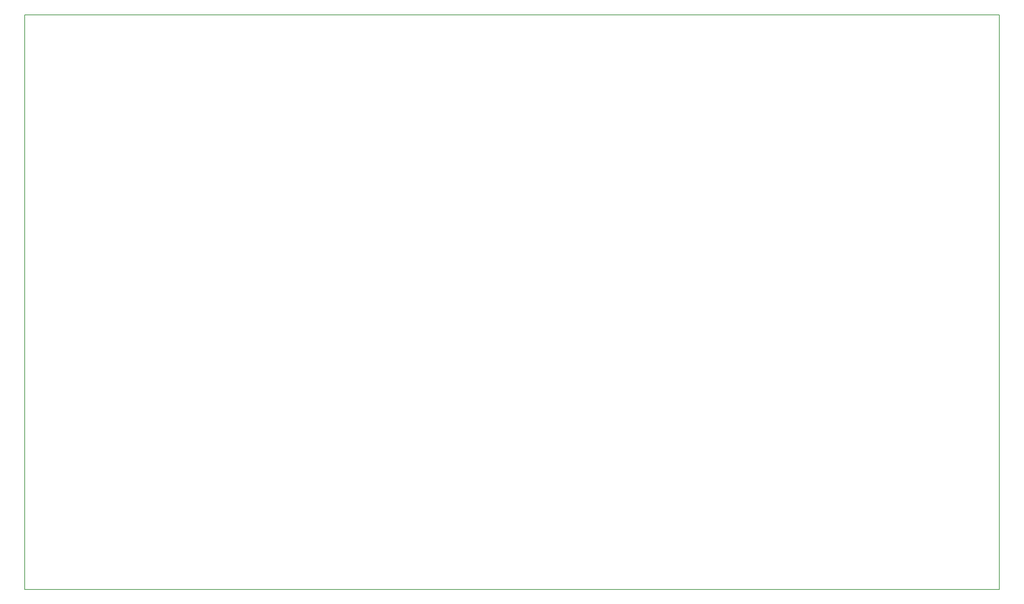
<source format=gbr>
%TF.GenerationSoftware,KiCad,Pcbnew,5.1.8-5.1.8*%
%TF.CreationDate,2020-11-21T17:42:12+00:00*%
%TF.ProjectId,m78,6d37382e-6b69-4636-9164-5f7063625858,rev?*%
%TF.SameCoordinates,Original*%
%TF.FileFunction,Profile,NP*%
%FSLAX46Y46*%
G04 Gerber Fmt 4.6, Leading zero omitted, Abs format (unit mm)*
G04 Created by KiCad (PCBNEW 5.1.8-5.1.8) date 2020-11-21 17:42:12*
%MOMM*%
%LPD*%
G01*
G04 APERTURE LIST*
%TA.AperFunction,Profile*%
%ADD10C,0.150000*%
%TD*%
G04 APERTURE END LIST*
D10*
X264000000Y-156000000D02*
X264000000Y-12000000D01*
X20000000Y-12000000D02*
X264000000Y-12000000D01*
X20000000Y-12000000D02*
X20000000Y-156000000D01*
X20000000Y-156000000D02*
X264000000Y-156000000D01*
M02*

</source>
